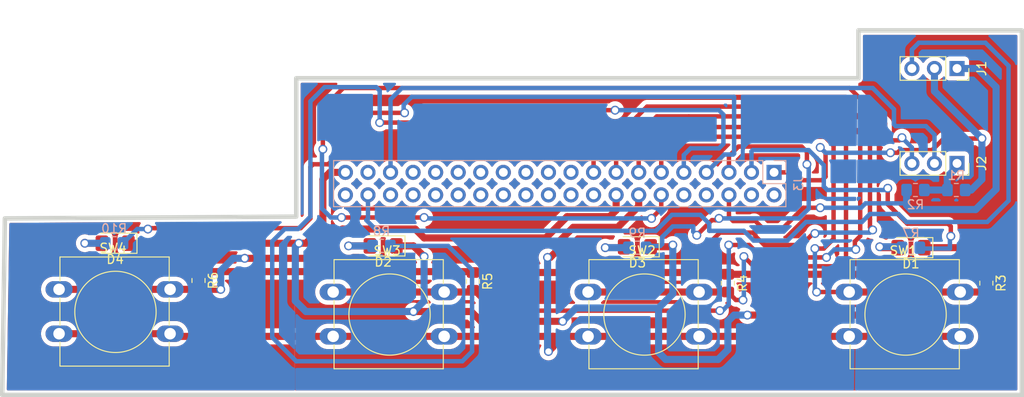
<source format=kicad_pcb>
(kicad_pcb (version 20211014) (generator pcbnew)
  (layers (0 "F.Cu" signal) (31 "B.Cu" signal) (34 "B.Paste" user) (35 "F.Paste" user) (36 "B.SilkS" user "B.Silkscreen") (37 "F.SilkS" user "F.Silkscreen") (38 "B.Mask" user) (39 "F.Mask" user) (44 "Edge.Cuts" user))
  (net 0 "")
  (net 1 "LED_GND")
  (net 2 "Net-(D1-Pad2)")
  (net 3 "Net-(D2-Pad2)")
  (net 4 "Net-(D3-Pad2)")
  (net 5 "Net-(D4-Pad2)")
  (net 6 "I2S_GND")
  (net 7 "I2S_VDD")
  (net 8 "I2S_SD")
  (net 9 "I2S_LR")
  (net 10 "I2S_WS")
  (net 11 "I2S_SCK")
  (net 12 "5V")
  (net 13 "LED_0")
  (net 15 "LED_1")
  (net 16 "LED_2")
  (net 18 "LED_3")
  (net 20 "BTN_0")
  (net 21 "BTN_1")
  (net 22 "BTN_GND")
  (net 23 "BTN_2")
  (net 24 "BTN_3")
  (net 25 "BTN_VDD")
  (footprint "Button_Switch_THT:SW_PUSH-12mm" (layer "F.Cu") (at 133.412 108.268)
    (fp_text reference "SW3" (at 6.08 -4.66) (layer "F.SilkS"))
    (fp_text value "SW_Push")
    (pad "1" thru_hole oval (at 12.5 0) (size 3.048 1.85) (drill 1.3) (layers *.Cu *.Mask) (net 23 "BTN_2"))
    (pad "1" thru_hole oval (at 0 0) (size 3.048 1.85) (drill 1.3) (layers *.Cu *.Mask) (net 23 "BTN_2"))
    (pad "2" thru_hole oval (at 12.5 5) (size 3.048 1.85) (drill 1.3) (layers *.Cu *.Mask) (net 22 "BTN_GND"))
    (pad "2" thru_hole oval (at 0 5) (size 3.048 1.85) (drill 1.3) (layers *.Cu *.Mask) (net 22 "BTN_GND"))
  )
  (footprint "Button_Switch_THT:SW_PUSH-12mm" (layer "F.Cu") (at 162.112 108.268)
    (fp_text reference "SW2" (at 6.08 -4.66) (layer "F.SilkS"))
    (fp_text value "SW_Push")
    (pad "1" thru_hole oval (at 12.5 0) (size 3.048 1.85) (drill 1.3) (layers *.Cu *.Mask) (net 21 "BTN_1"))
    (pad "1" thru_hole oval (at 0 0) (size 3.048 1.85) (drill 1.3) (layers *.Cu *.Mask) (net 21 "BTN_1"))
    (pad "2" thru_hole oval (at 0 5) (size 3.048 1.85) (drill 1.3) (layers *.Cu *.Mask) (net 22 "BTN_GND"))
    (pad "2" thru_hole oval (at 12.5 5) (size 3.048 1.85) (drill 1.3) (layers *.Cu *.Mask) (net 22 "BTN_GND"))
  )
  (footprint "LED_SMD:LED_1206_3216Metric_Pad1.42x1.75mm_HandSolder" (layer "F.Cu") (at 108.8645 102.768 180)
    (fp_text reference "D4" (at 0 -1.82) (layer "F.SilkS"))
    (fp_text value "LED")
    (pad "1" smd roundrect (at -1.4875 0 180) (size 1.425 1.75) (layers "F.Cu" "F.Paste" "F.Mask") (roundrect_rratio 0.1754392982) (net 1 "LED_GND"))
    (pad "2" smd roundrect (at 1.4875 0 180) (size 1.425 1.75) (layers "F.Cu" "F.Paste" "F.Mask") (roundrect_rratio 0.1754392982) (net 5 "Net-(D4-Pad2)"))
  )
  (footprint "Resistor_SMD:R_0805_2012Metric_Pad1.20x1.40mm_HandSolder" (layer "F.Cu") (at 177.852 107.268 -90)
    (fp_text reference "R4" (at 0 -1.65 90) (layer "F.SilkS"))
    (fp_text value "10k")
    (pad "1" smd roundrect (at -1 0 270) (size 1.2 1.4) (layers "F.Cu" "F.Paste" "F.Mask") (roundrect_rratio 0.2083333333) (net 25 "BTN_VDD"))
    (pad "2" smd roundrect (at 1 0 270) (size 1.2 1.4) (layers "F.Cu" "F.Paste" "F.Mask") (roundrect_rratio 0.2083333333) (net 21 "BTN_1"))
  )
  (footprint "Resistor_SMD:R_0805_2012Metric_Pad1.20x1.40mm_HandSolder" (layer "F.Cu") (at 118.252 106.968 -90)
    (fp_text reference "R6" (at 0 -1.65 90) (layer "F.SilkS"))
    (fp_text value "10k")
    (pad "1" smd roundrect (at -1 0 270) (size 1.2 1.4) (layers "F.Cu" "F.Paste" "F.Mask") (roundrect_rratio 0.2083333333) (net 25 "BTN_VDD"))
    (pad "2" smd roundrect (at 1 0 270) (size 1.2 1.4) (layers "F.Cu" "F.Paste" "F.Mask") (roundrect_rratio 0.2083333333) (net 24 "BTN_3"))
  )
  (footprint "Button_Switch_THT:SW_PUSH-12mm" (layer "F.Cu") (at 102.552 107.968)
    (fp_text reference "SW4" (at 6.08 -4.66) (layer "F.SilkS"))
    (fp_text value "SW_Push")
    (pad "1" thru_hole oval (at 12.5 0) (size 3.048 1.85) (drill 1.3) (layers *.Cu *.Mask) (net 24 "BTN_3"))
    (pad "1" thru_hole oval (at 0 0) (size 3.048 1.85) (drill 1.3) (layers *.Cu *.Mask) (net 24 "BTN_3"))
    (pad "2" thru_hole oval (at 0 5) (size 3.048 1.85) (drill 1.3) (layers *.Cu *.Mask) (net 22 "BTN_GND"))
    (pad "2" thru_hole oval (at 12.5 5) (size 3.048 1.85) (drill 1.3) (layers *.Cu *.Mask) (net 22 "BTN_GND"))
  )
  (footprint "LED_SMD:LED_1206_3216Metric_Pad1.42x1.75mm_HandSolder" (layer "F.Cu") (at 167.6645 103.168 180)
    (fp_text reference "D3" (at 0 -1.82) (layer "F.SilkS"))
    (fp_text value "LED")
    (pad "1" smd roundrect (at -1.4875 0 180) (size 1.425 1.75) (layers "F.Cu" "F.Paste" "F.Mask") (roundrect_rratio 0.1754392982) (net 1 "LED_GND"))
    (pad "2" smd roundrect (at 1.4875 0 180) (size 1.425 1.75) (layers "F.Cu" "F.Paste" "F.Mask") (roundrect_rratio 0.1754392982) (net 4 "Net-(D3-Pad2)"))
  )
  (footprint "LED_SMD:LED_1206_3216Metric_Pad1.42x1.75mm_HandSolder" (layer "F.Cu") (at 198.4645 103.268 180)
    (fp_text reference "D1" (at 0 -1.82) (layer "F.SilkS"))
    (fp_text value "LED")
    (pad "1" smd roundrect (at -1.4875 0 180) (size 1.425 1.75) (layers "F.Cu" "F.Paste" "F.Mask") (roundrect_rratio 0.1754392982) (net 1 "LED_GND"))
    (pad "2" smd roundrect (at 1.4875 0 180) (size 1.425 1.75) (layers "F.Cu" "F.Paste" "F.Mask") (roundrect_rratio 0.1754392982) (net 2 "Net-(D1-Pad2)"))
  )
  (footprint "Connector_PinSocket_2.54mm:PinSocket_1x03_P2.54mm_Vertical" (layer "F.Cu") (at 203.652 93.768 -90)
    (fp_text reference "J2" (at 0 -2.77 90) (layer "F.SilkS"))
    (fp_text value "Conn_01x03_Female")
    (pad "1" thru_hole rect (at 0 0 270) (size 1.7 1.7) (drill 1) (layers *.Cu *.Mask) (net 9 "I2S_LR"))
    (pad "2" thru_hole oval (at 0 2.54 270) (size 1.7 1.7) (drill 1) (layers *.Cu *.Mask) (net 10 "I2S_WS"))
    (pad "3" thru_hole oval (at 0 5.08 270) (size 1.7 1.7) (drill 1) (layers *.Cu *.Mask) (net 11 "I2S_SCK"))
  )
  (footprint "Resistor_SMD:R_0805_2012Metric_Pad1.20x1.40mm_HandSolder" (layer "F.Cu") (at 149.152 107.068 -90)
    (fp_text reference "R5" (at 0 -1.65 90) (layer "F.SilkS"))
    (fp_text value "10k")
    (pad "1" smd roundrect (at -1 0 270) (size 1.2 1.4) (layers "F.Cu" "F.Paste" "F.Mask") (roundrect_rratio 0.2083333333) (net 25 "BTN_VDD"))
    (pad "2" smd roundrect (at 1 0 270) (size 1.2 1.4) (layers "F.Cu" "F.Paste" "F.Mask") (roundrect_rratio 0.2083333333) (net 23 "BTN_2"))
  )
  (footprint "LED_SMD:LED_1206_3216Metric_Pad1.42x1.75mm_HandSolder" (layer "F.Cu") (at 139.0395 103.068 180)
    (fp_text reference "D2" (at 0 -1.82) (layer "F.SilkS"))
    (fp_text value "LED")
    (pad "1" smd roundrect (at -1.4875 0 180) (size 1.425 1.75) (layers "F.Cu" "F.Paste" "F.Mask") (roundrect_rratio 0.1754392982) (net 1 "LED_GND"))
    (pad "2" smd roundrect (at 1.4875 0 180) (size 1.425 1.75) (layers "F.Cu" "F.Paste" "F.Mask") (roundrect_rratio 0.1754392982) (net 3 "Net-(D2-Pad2)"))
  )
  (footprint "Button_Switch_THT:SW_PUSH-12mm" (layer "F.Cu") (at 191.512 108.268)
    (fp_text reference "SW1" (at 6.08 -4.66) (layer "F.SilkS"))
    (fp_text value "SW_Push")
    (pad "1" thru_hole oval (at 0 0) (size 3.048 1.85) (drill 1.3) (layers *.Cu *.Mask) (net 20 "BTN_0"))
    (pad "1" thru_hole oval (at 12.5 0) (size 3.048 1.85) (drill 1.3) (layers *.Cu *.Mask) (net 20 "BTN_0"))
    (pad "2" thru_hole oval (at 12.5 5) (size 3.048 1.85) (drill 1.3) (layers *.Cu *.Mask) (net 22 "BTN_GND"))
    (pad "2" thru_hole oval (at 0 5) (size 3.048 1.85) (drill 1.3) (layers *.Cu *.Mask) (net 22 "BTN_GND"))
  )
  (footprint "Resistor_SMD:R_0805_2012Metric_Pad1.20x1.40mm_HandSolder" (layer "F.Cu") (at 206.952 107.268 -90)
    (fp_text reference "R3" (at 0 -1.65 90) (layer "F.SilkS"))
    (fp_text value "10k")
    (pad "1" smd roundrect (at -1 0 270) (size 1.2 1.4) (layers "F.Cu" "F.Paste" "F.Mask") (roundrect_rratio 0.2083333333) (net 25 "BTN_VDD"))
    (pad "2" smd roundrect (at 1 0 270) (size 1.2 1.4) (layers "F.Cu" "F.Paste" "F.Mask") (roundrect_rratio 0.2083333333) (net 20 "BTN_0"))
  )
  (footprint "Connector_PinSocket_2.54mm:PinSocket_1x03_P2.54mm_Vertical" (layer "F.Cu") (at 203.652 83.068 -90)
    (fp_text reference "J1" (at 0 -2.77 90) (layer "F.SilkS"))
    (fp_text value "Conn_01x03_Female")
    (pad "1" thru_hole rect (at 0 0 270) (size 1.7 1.7) (drill 1) (layers *.Cu *.Mask) (net 6 "I2S_GND"))
    (pad "2" thru_hole oval (at 0 2.54 270) (size 1.7 1.7) (drill 1) (layers *.Cu *.Mask) (net 7 "I2S_VDD"))
    (pad "3" thru_hole oval (at 0 5.08 270) (size 1.7 1.7) (drill 1) (layers *.Cu *.Mask) (net 8 "I2S_SD"))
  )
  (footprint "Connector_PinSocket_2.54mm:PinSocket_2x20_P2.54mm_Vertical" (layer "B.Cu") (at 183.052 94.778 90)
    (fp_text reference "J3" (at -1.27 2.77 90) (layer "B.SilkS") (effects (justify mirror)))
    (fp_text value "Conn_02x20_Odd_Even")
    (pad "1" thru_hole rect (at 0 0 90) (size 1.7 1.7) (drill 1) (layers *.Cu *.Mask) (net 7 "I2S_VDD"))
    (pad "2" thru_hole oval (at -2.54 0 90) (size 1.7 1.7) (drill 1) (layers *.Cu *.Mask) (net 12 "5V"))
    (pad "3" thru_hole oval (at 0 -2.54 90) (size 1.7 1.7) (drill 1) (layers *.Cu *.Mask) (net 13 "LED_0"))
    (pad "4" thru_hole oval (at -2.54 -2.54 90) (size 1.7 1.7) (drill 1) (layers *.Cu *.Mask))
    (pad "5" thru_hole oval (at 0 -5.08 90) (size 1.7 1.7) (drill 1) (layers *.Cu *.Mask) (net 15 "LED_1"))
    (pad "6" thru_hole oval (at -2.54 -5.08 90) (size 1.7 1.7) (drill 1) (layers *.Cu *.Mask) (net 6 "I2S_GND"))
    (pad "7" thru_hole oval (at 0 -7.62 90) (size 1.7 1.7) (drill 1) (layers *.Cu *.Mask) (net 16 "LED_2"))
    (pad "8" thru_hole oval (at -2.54 -7.62 90) (size 1.7 1.7) (drill 1) (layers *.Cu *.Mask))
    (pad "9" thru_hole oval (at 0 -10.16 90) (size 1.7 1.7) (drill 1) (layers *.Cu *.Mask) (net 18 "LED_3"))
    (pad "10" thru_hole oval (at -2.54 -10.16 90) (size 1.7 1.7) (drill 1) (layers *.Cu *.Mask))
    (pad "11" thru_hole oval (at 0 -12.7 90) (size 1.7 1.7) (drill 1) (layers *.Cu *.Mask) (net 20 "BTN_0"))
    (pad "12" thru_hole oval (at -2.54 -12.7 90) (size 1.7 1.7) (drill 1) (layers *.Cu *.Mask) (net 11 "I2S_SCK"))
    (pad "13" thru_hole oval (at 0 -15.24 90) (size 1.7 1.7) (drill 1) (layers *.Cu *.Mask) (net 21 "BTN_1"))
    (pad "14" thru_hole oval (at -2.54 -15.24 90) (size 1.7 1.7) (drill 1) (layers *.Cu *.Mask) (net 22 "BTN_GND"))
    (pad "15" thru_hole oval (at 0 -17.78 90) (size 1.7 1.7) (drill 1) (layers *.Cu *.Mask) (net 23 "BTN_2"))
    (pad "16" thru_hole oval (at -2.54 -17.78 90) (size 1.7 1.7) (drill 1) (layers *.Cu *.Mask) (net 24 "BTN_3"))
    (pad "17" thru_hole oval (at 0 -20.32 90) (size 1.7 1.7) (drill 1) (layers *.Cu *.Mask) (net 25 "BTN_VDD"))
    (pad "18" thru_hole oval (at -2.54 -20.32 90) (size 1.7 1.7) (drill 1) (layers *.Cu *.Mask))
    (pad "19" thru_hole oval (at 0 -22.86 90) (size 1.7 1.7) (drill 1) (layers *.Cu *.Mask))
    (pad "20" thru_hole oval (at -2.54 -22.86 90) (size 1.7 1.7) (drill 1) (layers *.Cu *.Mask))
    (pad "21" thru_hole oval (at 0 -25.4 90) (size 1.7 1.7) (drill 1) (layers *.Cu *.Mask))
    (pad "22" thru_hole oval (at -2.54 -25.4 90) (size 1.7 1.7) (drill 1) (layers *.Cu *.Mask))
    (pad "23" thru_hole oval (at 0 -27.94 90) (size 1.7 1.7) (drill 1) (layers *.Cu *.Mask))
    (pad "24" thru_hole oval (at -2.54 -27.94 90) (size 1.7 1.7) (drill 1) (layers *.Cu *.Mask))
    (pad "25" thru_hole oval (at 0 -30.48 90) (size 1.7 1.7) (drill 1) (layers *.Cu *.Mask))
    (pad "26" thru_hole oval (at -2.54 -30.48 90) (size 1.7 1.7) (drill 1) (layers *.Cu *.Mask))
    (pad "27" thru_hole oval (at 0 -33.02 90) (size 1.7 1.7) (drill 1) (layers *.Cu *.Mask))
    (pad "28" thru_hole oval (at -2.54 -33.02 90) (size 1.7 1.7) (drill 1) (layers *.Cu *.Mask))
    (pad "29" thru_hole oval (at 0 -35.56 90) (size 1.7 1.7) (drill 1) (layers *.Cu *.Mask))
    (pad "30" thru_hole oval (at -2.54 -35.56 90) (size 1.7 1.7) (drill 1) (layers *.Cu *.Mask))
    (pad "31" thru_hole oval (at 0 -38.1 90) (size 1.7 1.7) (drill 1) (layers *.Cu *.Mask))
    (pad "32" thru_hole oval (at -2.54 -38.1 90) (size 1.7 1.7) (drill 1) (layers *.Cu *.Mask))
    (pad "33" thru_hole oval (at 0 -40.64 90) (size 1.7 1.7) (drill 1) (layers *.Cu *.Mask))
    (pad "34" thru_hole oval (at -2.54 -40.64 90) (size 1.7 1.7) (drill 1) (layers *.Cu *.Mask))
    (pad "35" thru_hole oval (at 0 -43.18 90) (size 1.7 1.7) (drill 1) (layers *.Cu *.Mask) (net 10 "I2S_WS"))
    (pad "36" thru_hole oval (at -2.54 -43.18 90) (size 1.7 1.7) (drill 1) (layers *.Cu *.Mask))
    (pad "37" thru_hole oval (at 0 -45.72 90) (size 1.7 1.7) (drill 1) (layers *.Cu *.Mask))
    (pad "38" thru_hole oval (at -2.54 -45.72 90) (size 1.7 1.7) (drill 1) (layers *.Cu *.Mask) (net 8 "I2S_SD"))
    (pad "39" thru_hole oval (at 0 -48.26 90) (size 1.7 1.7) (drill 1) (layers *.Cu *.Mask) (net 1 "LED_GND"))
    (pad "40" thru_hole oval (at -2.54 -48.26 90) (size 1.7 1.7) (drill 1) (layers *.Cu *.Mask))
  )
  (footprint "Resistor_SMD:R_0805_2012Metric_Pad1.20x1.40mm_HandSolder" (layer "B.Cu") (at 203.572 96.768 180)
    (fp_text reference "R1" (at 0 1.65) (layer "B.SilkS") (effects (justify mirror)))
    (fp_text value "R")
    (pad "1" smd roundrect (at -1 0 180) (size 1.2 1.4) (layers "B.Cu" "B.Paste" "B.Mask") (roundrect_rratio 0.2083333333) (net 7 "I2S_VDD"))
    (pad "2" smd roundrect (at 1 0 180) (size 1.2 1.4) (layers "B.Cu" "B.Paste" "B.Mask") (roundrect_rratio 0.2083333333) (net 9 "I2S_LR"))
  )
  (footprint "Resistor_SMD:R_0805_2012Metric_Pad1.20x1.40mm_HandSolder" (layer "B.Cu") (at 138.852 103.068 180)
    (fp_text reference "R8" (at 0 1.65) (layer "B.SilkS") (effects (justify mirror)))
    (fp_text value "220")
    (pad "1" smd roundrect (at -1 0 180) (size 1.2 1.4) (layers "B.Cu" "B.Paste" "B.Mask") (roundrect_rratio 0.2083333333) (net 18 "LED_3"))
    (pad "2" smd roundrect (at 1 0 180) (size 1.2 1.4) (layers "B.Cu" "B.Paste" "B.Mask") (roundrect_rratio 0.2083333333) (net 3 "Net-(D2-Pad2)"))
  )
  (footprint "Resistor_SMD:R_0805_2012Metric_Pad1.20x1.40mm_HandSolder" (layer "B.Cu") (at 108.752 102.768 180)
    (fp_text reference "R10" (at 0 1.65) (layer "B.SilkS") (effects (justify mirror)))
    (fp_text value "220")
    (pad "1" smd roundrect (at -1 0 180) (size 1.2 1.4) (layers "B.Cu" "B.Paste" "B.Mask") (roundrect_rratio 0.2083333333) (net 16 "LED_2"))
    (pad "2" smd roundrect (at 1 0 180) (size 1.2 1.4) (layers "B.Cu" "B.Paste" "B.Mask") (roundrect_rratio 0.2083333333) (net 5 "Net-(D4-Pad2)"))
  )
  (footprint "Resistor_SMD:R_0805_2012Metric_Pad1.20x1.40mm_HandSolder" (layer "B.Cu") (at 198.4645 103.268 180)
    (fp_text reference "R7" (at 0 1.65) (layer "B.SilkS") (effects (justify mirror)))
    (fp_text value "220")
    (pad "1" smd roundrect (at -1 0 180) (size 1.2 1.4) (layers "B.Cu" "B.Paste" "B.Mask") (roundrect_rratio 0.2083333333) (net 13 "LED_0"))
    (pad "2" smd roundrect (at 1 0 180) (size 1.2 1.4) (layers "B.Cu" "B.Paste" "B.Mask") (roundrect_rratio 0.2083333333) (net 2 "Net-(D1-Pad2)"))
  )
  (footprint "Resistor_SMD:R_0805_2012Metric_Pad1.20x1.40mm_HandSolder" (layer "B.Cu") (at 167.652 103.268 180)
    (fp_text reference "R9" (at 0 1.65) (layer "B.SilkS") (effects (justify mirror)))
    (fp_text value "220")
    (pad "1" smd roundrect (at -1 0 180) (size 1.2 1.4) (layers "B.Cu" "B.Paste" "B.Mask") (roundrect_rratio 0.2083333333) (net 15 "LED_1"))
    (pad "2" smd roundrect (at 1 0 180) (size 1.2 1.4) (layers "B.Cu" "B.Paste" "B.Mask") (roundrect_rratio 0.2083333333) (net 4 "Net-(D3-Pad2)"))
  )
  (footprint "Resistor_SMD:R_0805_2012Metric_Pad1.20x1.40mm_HandSolder" (layer "B.Cu") (at 198.972 96.768)
    (fp_text reference "R2" (at 0 1.65) (layer "B.SilkS") (effects (justify mirror)))
    (fp_text value "R")
    (pad "1" smd roundrect (at -1 0) (size 1.2 1.4) (layers "B.Cu" "B.Paste" "B.Mask") (roundrect_rratio 0.2083333333) (net 6 "I2S_GND"))
    (pad "2" smd roundrect (at 1 0) (size 1.2 1.4) (layers "B.Cu" "B.Paste" "B.Mask") (roundrect_rratio 0.2083333333) (net 9 "I2S_LR"))
  )
  (gr_poly (pts (xy 210.952 119.868) (xy 96.152 119.868) (xy 96.452 99.968) (xy 129.252 99.768) (xy 129.252 84.168) (xy 192.552 84.168) (xy 192.552 78.768) (xy 210.952 78.768)) (layer "Edge.Cuts") (width 0.5) (fill none))
  (segment (start 129.552 102.768) (end 130.352 102.768) (width 0.8) (layer "F.Cu") (net 1))
  (segment (start 207.652 103.268) (end 209.052 104.668) (width 0.8) (layer "F.Cu") (net 1))
  (segment (start 150.052 111.568) (end 148.952 110.468) (width 0.8) (layer "F.Cu") (net 1))
  (segment (start 171.452 103.168) (end 171.652 102.968) (width 0.8) (layer "F.Cu") (net 1))
  (segment (start 148.952 110.468) (end 142.452 110.468) (width 0.8) (layer "F.Cu") (net 1))
  (segment (start 207.852 110.868) (end 181.052 110.868) (width 0.8) (layer "F.Cu") (net 1))
  (segment (start 132.252 95.568) (end 133.042 94.778) (width 0.8) (layer "F.Cu") (net 1))
  (segment (start 130.352 102.768) (end 132.252 100.868) (width 0.8) (layer "F.Cu") (net 1))
  (segment (start 208.752 109.968) (end 207.852 110.868) (width 0.8) (layer "F.Cu") (net 1))
  (segment (start 169.152 103.168) (end 171.452 103.168) (width 0.8) (layer "F.Cu") (net 1))
  (segment (start 110.352 102.768) (end 129.552 102.768) (width 0.8) (layer "F.Cu") (net 1))
  (segment (start 142.452 103.068) (end 143.652 104.268) (width 0.8) (layer "F.Cu") (net 1))
  (segment (start 133.042 94.778) (end 134.792 94.778) (width 0.8) (layer "F.Cu") (net 1))
  (segment (start 181.052 110.868) (end 180.052 110.868) (width 0.8) (layer "F.Cu") (net 1))
  (segment (start 132.252 100.868) (end 132.252 95.568) (width 0.8) (layer "F.Cu") (net 1))
  (segment (start 199.952 103.268) (end 207.652 103.268) (width 0.8) (layer "F.Cu") (net 1))
  (segment (start 209.052 104.668) (end 209.052 109.668) (width 0.8) (layer "F.Cu") (net 1))
  (segment (start 140.527 103.068) (end 142.452 103.068) (width 0.8) (layer "F.Cu") (net 1))
  (segment (start 209.052 109.668) (end 208.752 109.968) (width 0.8) (layer "F.Cu") (net 1))
  (segment (start 159.252 111.568) (end 150.052 111.568) (width 0.8) (layer "F.Cu") (net 1))
  (via (at 180.052 110.868) (size 1) (drill 0.7) (layers "F.Cu" "B.Cu") (net 1))
  (via (at 142.452 110.468) (size 1) (drill 0.7) (layers "F.Cu" "B.Cu") (net 1))
  (via (at 171.652 102.968) (size 1) (drill 0.7) (layers "F.Cu" "B.Cu") (net 1))
  (via (at 129.552 102.768) (size 1) (drill 0.7) (layers "F.Cu" "B.Cu") (net 1))
  (via (at 159.252 111.568) (size 1) (drill 0.7) (layers "F.Cu" "B.Cu") (net 1))
  (via (at 143.652 104.268) (size 1) (drill 0.7) (layers "F.Cu" "B.Cu") (net 1))
  (segment (start 177.852 114.768) (end 176.752 115.868) (width 0.8) (layer "B.Cu") (net 1))
  (segment (start 160.752 110.068) (end 159.252 111.568) (width 0.8) (layer "B.Cu") (net 1))
  (segment (start 170.052 115.068) (end 170.052 110.068) (width 0.8) (layer "B.Cu") (net 1))
  (segment (start 143.652 104.268) (end 143.652 109.268) (width 0.8) (layer "B.Cu") (net 1))
  (segment (start 170.852 115.868) (end 170.052 115.068) (width 0.8) (layer "B.Cu") (net 1))
  (segment (start 142.452 110.468) (end 130.352 110.468) (width 0.8) (layer "B.Cu") (net 1))
  (segment (start 129.152 109.268) (end 129.152 103.168) (width 0.8) (layer "B.Cu") (net 1))
  (segment (start 143.652 109.268) (end 142.452 110.468) (width 0.8) (layer "B.Cu") (net 1))
  (segment (start 171.652 108.468) (end 170.052 110.068) (width 0.8) (layer "B.Cu") (net 1))
  (segment (start 176.752 115.868) (end 170.852 115.868) (width 0.8) (layer "B.Cu") (net 1))
  (segment (start 129.152 103.168) (end 129.552 102.768) (width 0.8) (layer "B.Cu") (net 1))
  (segment (start 130.352 110.468) (end 129.152 109.268) (width 0.8) (layer "B.Cu") (net 1))
  (segment (start 178.552 110.868) (end 177.852 111.568) (width 0.8) (layer "B.Cu") (net 1))
  (segment (start 171.652 102.968) (end 171.652 108.468) (width 0.8) (layer "B.Cu") (net 1))
  (segment (start 170.052 110.068) (end 160.752 110.068) (width 0.8) (layer "B.Cu") (net 1))
  (segment (start 177.852 111.568) (end 177.852 114.768) (width 0.8) (layer "B.Cu") (net 1))
  (segment (start 180.052 110.868) (end 178.552 110.868) (width 0.8) (layer "B.Cu") (net 1))
  (segment (start 195.052 103.268) (end 194.952 103.168) (width 0.8) (layer "F.Cu") (net 2))
  (segment (start 196.977 103.268) (end 195.052 103.268) (width 0.8) (layer "F.Cu") (net 2))
  (via (at 194.952 103.168) (size 1) (drill 0.7) (layers "F.Cu" "B.Cu") (net 2))
  (segment (start 194.952 103.168) (end 197.3645 103.168) (width 0.8) (layer "B.Cu") (net 2))
  (segment (start 197.3645 103.168) (end 197.4645 103.268) (width 0.8) (layer "B.Cu") (net 2))
  (segment (start 137.552 103.068) (end 135.152 103.068) (width 0.8) (layer "F.Cu") (net 3))
  (via (at 135.152 103.068) (size 1) (drill 0.7) (layers "F.Cu" "B.Cu") (net 3))
  (segment (start 135.152 103.068) (end 137.852 103.068) (width 0.8) (layer "B.Cu") (net 3))
  (segment (start 164.052 103.268) (end 166.077 103.268) (width 0.8) (layer "F.Cu") (net 4))
  (segment (start 166.077 103.268) (end 166.177 103.168) (width 0.8) (layer "F.Cu") (net 4))
  (via (at 164.052 103.268) (size 1) (drill 0.7) (layers "F.Cu" "B.Cu") (net 4))
  (segment (start 166.652 103.268) (end 164.052 103.268) (width 0.8) (layer "B.Cu") (net 4))
  (segment (start 107.377 102.768) (end 105.452 102.768) (width 0.8) (layer "F.Cu") (net 5))
  (via (at 105.452 102.768) (size 1) (drill 0.7) (layers "F.Cu" "B.Cu") (net 5))
  (segment (start 105.452 102.768) (end 107.752 102.768) (width 0.8) (layer "B.Cu") (net 5))
  (segment (start 181.952 101.268) (end 183.452 101.268) (width 0.5) (layer "F.Cu") (net 6))
  (segment (start 183.452 101.268) (end 183.852 101.268) (width 0.5) (layer "F.Cu") (net 6))
  (segment (start 178.452 100.268) (end 180.652 100.268) (width 0.5) (layer "F.Cu") (net 6))
  (segment (start 180.852 100.168) (end 181.852 101.168) (width 0.5) (layer "F.Cu") (net 6))
  (segment (start 185.552 99.568) (end 186.352 98.768) (width 0.5) (layer "F.Cu") (net 6))
  (segment (start 181.852 101.168) (end 181.952 101.268) (width 0.5) (layer "F.Cu") (net 6))
  (segment (start 180.752 100.168) (end 180.852 100.168) (width 0.5) (layer "F.Cu") (net 6))
  (segment (start 186.352 98.768) (end 188.252 98.768) (width 0.5) (layer "F.Cu") (net 6))
  (segment (start 177.972 97.318) (end 177.972 99.788) (width 0.5) (layer "F.Cu") (net 6))
  (segment (start 177.972 99.788) (end 178.452 100.268) (width 0.5) (layer "F.Cu") (net 6))
  (segment (start 180.652 100.268) (end 180.752 100.168) (width 0.5) (layer "F.Cu") (net 6))
  (segment (start 183.852 101.268) (end 185.552 99.568) (width 0.5) (layer "F.Cu") (net 6))
  (via (at 188.252 98.768) (size 1) (drill 0.7) (layers "F.Cu" "B.Cu") (net 6))
  (segment (start 208.052 85.168) (end 205.952 83.068) (width 0.8) (layer "B.Cu") (net 6))
  (segment (start 188.252 98.768) (end 192.852 98.768) (width 0.5) (layer "B.Cu") (net 6))
  (segment (start 208.052 96.668) (end 208.052 85.168) (width 0.8) (layer "B.Cu") (net 6))
  (segment (start 197.972 98.288) (end 197.972 98.488) (width 0.8) (layer "B.Cu") (net 6))
  (segment (start 198.452 98.968) (end 205.752 98.968) (width 0.8) (layer "B.Cu") (net 6))
  (segment (start 205.952 83.068) (end 203.652 83.068) (width 0.8) (layer "B.Cu") (net 6))
  (segment (start 205.752 98.968) (end 208.052 96.668) (width 0.8) (layer "B.Cu") (net 6))
  (segment (start 197.972 96.768) (end 197.972 98.288) (width 0.8) (layer "B.Cu") (net 6))
  (segment (start 197.952 98.268) (end 197.972 98.288) (width 0.5) (layer "B.Cu") (net 6))
  (segment (start 192.852 98.768) (end 193.352 98.268) (width 0.5) (layer "B.Cu") (net 6))
  (segment (start 197.972 98.488) (end 198.452 98.968) (width 0.8) (layer "B.Cu") (net 6))
  (segment (start 193.352 98.268) (end 197.952 98.268) (width 0.5) (layer "B.Cu") (net 6))
  (segment (start 188.852 92.568) (end 188.252 91.968) (width 0.5) (layer "F.Cu") (net 7))
  (segment (start 188.452 95.668) (end 188.852 95.268) (width 0.5) (layer "F.Cu") (net 7))
  (segment (start 196.152 92.568) (end 196.952 92.568) (width 0.5) (layer "F.Cu") (net 7))
  (segment (start 185.852 95.668) (end 188.452 95.668) (width 0.5) (layer "F.Cu") (net 7))
  (segment (start 196.952 92.568) (end 197.252 92.268) (width 0.5) (layer "F.Cu") (net 7))
  (segment (start 183.052 94.778) (end 184.962 94.778) (width 0.5) (layer "F.Cu") (net 7))
  (segment (start 197.252 92.268) (end 200.852 92.268) (width 0.5) (layer "F.Cu") (net 7))
  (segment (start 202.152 90.968) (end 206.452 90.968) (width 0.5) (layer "F.Cu") (net 7))
  (segment (start 184.962 94.778) (end 185.852 95.668) (width 0.5) (layer "F.Cu") (net 7))
  (segment (start 188.852 95.268) (end 188.852 92.568) (width 0.5) (layer "F.Cu") (net 7))
  (segment (start 200.852 92.268) (end 202.152 90.968) (width 0.5) (layer "F.Cu") (net 7))
  (via (at 196.152 92.568) (size 1) (drill 0.7) (layers "F.Cu" "B.Cu") (net 7))
  (via (at 206.452 90.968) (size 1) (drill 0.7) (layers "F.Cu" "B.Cu") (net 7))
  (via (at 188.252 91.968) (size 1) (drill 0.7) (layers "F.Cu" "B.Cu") (net 7))
  (segment (start 201.112 85.628) (end 206.452 90.968) (width 0.8) (layer "B.Cu") (net 7))
  (segment (start 201.112 83.068) (end 201.112 85.628) (width 0.8) (layer "B.Cu") (net 7))
  (segment (start 206.452 95.568) (end 205.252 96.768) (width 0.8) (layer "B.Cu") (net 7))
  (segment (start 188.852 92.568) (end 196.152 92.568) (width 0.5) (layer "B.Cu") (net 7))
  (segment (start 206.452 90.968) (end 206.452 95.568) (width 0.8) (layer "B.Cu") (net 7))
  (segment (start 188.252 91.968) (end 188.852 92.568) (width 0.5) (layer "B.Cu") (net 7))
  (segment (start 205.252 96.768) (end 204.572 96.768) (width 0.8) (layer "B.Cu") (net 7))
  (segment (start 137.332 99.988) (end 137.152 100.168) (width 0.5) (layer "B.Cu") (net 8))
  (segment (start 193.852 99.468) (end 197.052 99.468) (width 0.5) (layer "B.Cu") (net 8))
  (segment (start 174.752 99.568) (end 175.752 100.568) (width 0.5) (layer "B.Cu") (net 8))
  (segment (start 209.452 82.768) (end 206.852 80.168) (width 0.5) (layer "B.Cu") (net 8))
  (segment (start 137.152 100.168) (end 138.352 101.368) (width 0.5) (layer "B.Cu") (net 8))
  (segment (start 207.052 100.368) (end 209.452 97.968) (width 0.5) (layer "B.Cu") (net 8))
  (segment (start 180.752 102.468) (end 184.552 102.468) (width 0.5) (layer "B.Cu") (net 8))
  (segment (start 186.652 100.368) (end 192.952 100.368) (width 0.5) (layer "B.Cu") (net 8))
  (segment (start 169.752 101.368) (end 171.552 99.568) (width 0.5) (layer "B.Cu") (net 8))
  (segment (start 192.952 100.368) (end 193.852 99.468) (width 0.5) (layer "B.Cu") (net 8))
  (segment (start 206.852 80.168) (end 199.352 80.168) (width 0.5) (layer "B.Cu") (net 8))
  (segment (start 175.752 101.368) (end 179.652 101.368) (width 0.5) (layer "B.Cu") (net 8))
  (segment (start 138.352 101.368) (end 169.752 101.368) (width 0.5) (layer "B.Cu") (net 8))
  (segment (start 199.352 80.168) (end 198.572 80.948) (width 0.5) (layer "B.Cu") (net 8))
  (segment (start 197.952 100.368) (end 207.052 100.368) (width 0.5) (layer "B.Cu") (net 8))
  (segment (start 209.452 97.968) (end 209.452 82.768) (width 0.5) (layer "B.Cu") (net 8))
  (segment (start 184.552 102.468) (end 186.652 100.368) (width 0.5) (layer "B.Cu") (net 8))
  (segment (start 175.752 100.568) (end 175.752 101.368) (width 0.5) (layer "B.Cu") (net 8))
  (segment (start 197.052 99.468) (end 197.952 100.368) (width 0.5) (layer "B.Cu") (net 8))
  (segment (start 198.572 80.948) (end 198.572 83.068) (width 0.5) (layer "B.Cu") (net 8))
  (segment (start 137.332 97.318) (end 137.332 99.988) (width 0.5) (layer "B.Cu") (net 8))
  (segment (start 171.552 99.568) (end 174.752 99.568) (width 0.5) (layer "B.Cu") (net 8))
  (segment (start 179.652 101.368) (end 180.752 102.468) (width 0.5) (layer "B.Cu") (net 8))
  (segment (start 199.972 96.768) (end 202.572 96.768) (width 0.8) (layer "B.Cu") (net 9))
  (segment (start 203.652 93.768) (end 203.652 94.168) (width 0.8) (layer "B.Cu") (net 9))
  (segment (start 202.552 95.268) (end 202.552 96.748) (width 0.8) (layer "B.Cu") (net 9))
  (segment (start 202.552 96.748) (end 202.572 96.768) (width 0.8) (layer "B.Cu") (net 9))
  (segment (start 203.652 94.168) (end 202.552 95.268) (width 0.8) (layer "B.Cu") (net 9))
  (segment (start 200.152 89.568) (end 201.112 90.528) (width 0.5) (layer "B.Cu") (net 10))
  (segment (start 194.152 85.268) (end 196.552 87.668) (width 0.5) (layer "B.Cu") (net 10))
  (segment (start 139.872 86.548) (end 141.152 85.268) (width 0.5) (layer "B.Cu") (net 10))
  (segment (start 141.152 85.268) (end 194.152 85.268) (width 0.5) (layer "B.Cu") (net 10))
  (segment (start 201.112 90.528) (end 201.112 93.768) (width 0.5) (layer "B.Cu") (net 10))
  (segment (start 139.872 94.778) (end 139.872 86.548) (width 0.5) (layer "B.Cu") (net 10))
  (segment (start 196.752 89.568) (end 200.152 89.568) (width 0.5) (layer "B.Cu") (net 10))
  (segment (start 196.552 89.368) (end 196.752 89.568) (width 0.5) (layer "B.Cu") (net 10))
  (segment (start 196.552 87.668) (end 196.552 89.368) (width 0.5) (layer "B.Cu") (net 10))
  (segment (start 170.352 97.318) (end 170.352 98.868) (width 0.5) (layer "F.Cu") (net 11))
  (segment (start 197.152 91.168) (end 197.452 90.868) (width 0.5) (layer "F.Cu") (net 11))
  (segment (start 195.552 91.168) (end 197.152 91.168) (width 0.5) (layer "F.Cu") (net 11))
  (segment (start 132.252 87.568) (end 134.552 85.268) (width 0.5) (layer "F.Cu") (net 11))
  (segment (start 170.352 98.868) (end 169.252 99.968) (width 0.5) (layer "F.Cu") (net 11))
  (segment (start 191.552 85.268) (end 195.552 89.268) (width 0.5) (layer "F.Cu") (net 11))
  (segment (start 132.252 92.168) (end 132.252 87.568) (width 0.5) (layer "F.Cu") (net 11))
  (segment (start 195.552 89.268) (end 195.552 91.168) (width 0.5) (layer "F.Cu") (net 11))
  (segment (start 134.552 85.268) (end 191.552 85.268) (width 0.5) (layer "F.Cu") (net 11))
  (segment (start 143.652 99.868) (end 134.352 99.868) (width 0.5) (layer "F.Cu") (net 11))
  (via (at 134.352 99.868) (size 1) (drill 0.7) (layers "F.Cu" "B.Cu") (net 11))
  (via (at 143.652 99.868) (size 1) (drill 0.7) (layers "F.Cu" "B.Cu") (net 11))
  (via (at 132.252 92.168) (size 1) (drill 0.7) (layers "F.Cu" "B.Cu") (net 11))
  (via (at 197.452 90.868) (size 1) (drill 0.7) (layers "F.Cu" "B.Cu") (net 11))
  (via (at 169.252 99.968) (size 1) (drill 0.7) (layers "F.Cu" "B.Cu") (net 11))
  (segment (start 198.572 93.768) (end 198.572 91.988) (width 0.5) (layer "B.Cu") (net 11))
  (segment (start 198.572 91.988) (end 197.452 90.868) (width 0.5) (layer "B.Cu") (net 11))
  (segment (start 132.152 92.568) (end 132.152 92.268) (width 0.5) (layer "B.Cu") (net 11))
  (segment (start 132.152 92.268) (end 132.252 92.168) (width 0.5) (layer "B.Cu") (net 11))
  (segment (start 132.152 98.868) (end 132.152 92.568) (width 0.5) (layer "B.Cu") (net 11))
  (segment (start 133.152 99.868) (end 132.152 98.868) (width 0.5) (layer "B.Cu") (net 11))
  (segment (start 169.252 99.968) (end 143.752 99.968) (width 0.5) (layer "B.Cu") (net 11))
  (segment (start 134.352 99.868) (end 133.152 99.868) (width 0.5) (layer "B.Cu") (net 11))
  (segment (start 143.752 99.968) (end 143.652 99.868) (width 0.5) (layer "B.Cu") (net 11))
  (segment (start 195.852 98.368) (end 197.752 100.268) (width 0.5) (layer "F.Cu") (net 13))
  (segment (start 197.752 100.268) (end 198.052 100.568) (width 0.5) (layer "F.Cu") (net 13))
  (segment (start 202.952 100.868) (end 202.952 101.968) (width 0.5) (layer "F.Cu") (net 13))
  (segment (start 202.652 100.568) (end 202.952 100.868) (width 0.5) (layer "F.Cu") (net 13))
  (segment (start 195.852 96.568) (end 195.852 98.368) (width 0.5) (layer "F.Cu") (net 13))
  (segment (start 198.052 100.568) (end 202.652 100.568) (width 0.5) (layer "F.Cu") (net 13))
  (via (at 195.852 96.568) (size 1) (drill 0.7) (layers "F.Cu" "B.Cu") (net 13))
  (via (at 202.952 101.968) (size 1) (drill 0.7) (layers "F.Cu" "B.Cu") (net 13))
  (segment (start 188.652 96.368) (end 189.052 96.768) (width 0.5) (layer "B.Cu") (net 13))
  (segment (start 199.5645 103.368) (end 199.4645 103.268) (width 0.5) (layer "B.Cu") (net 13))
  (segment (start 186.952 92.268) (end 188.652 93.968) (width 0.5) (layer "B.Cu") (net 13))
  (segment (start 202.852 102.068) (end 202.852 103.368) (width 0.5) (layer "B.Cu") (net 13))
  (segment (start 180.512 94.778) (end 180.512 92.408) (width 0.5) (layer "B.Cu") (net 13))
  (segment (start 189.052 96.768) (end 195.652 96.768) (width 0.5) (layer "B.Cu") (net 13))
  (segment (start 180.652 92.268) (end 186.952 92.268) (width 0.5) (layer "B.Cu") (net 13))
  (segment (start 202.852 103.368) (end 199.5645 103.368) (width 0.5) (layer "B.Cu") (net 13))
  (segment (start 202.952 101.968) (end 202.852 102.068) (width 0.5) (layer "B.Cu") (net 13))
  (segment (start 180.512 92.408) (end 180.652 92.268) (width 0.5) (layer "B.Cu") (net 13))
  (segment (start 188.652 93.968) (end 188.652 96.368) (width 0.5) (layer "B.Cu") (net 13))
  (segment (start 195.652 96.768) (end 195.852 96.568) (width 0.5) (layer "B.Cu") (net 13))
  (segment (start 176.452 100.168) (end 176.652 100.168) (width 0.5) (layer "F.Cu") (net 15))
  (segment (start 177.972 92.948) (end 177.972 94.778) (width 0.5) (layer "F.Cu") (net 15))
  (segment (start 186.152 91.868) (end 179.052 91.868) (width 0.5) (layer "F.Cu") (net 15))
  (segment (start 174.352 101.868) (end 176.052 100.168) (width 0.5) (layer "F.Cu") (net 15))
  (segment (start 186.752 92.468) (end 186.152 91.868) (width 0.5) (layer "F.Cu") (net 15))
  (segment (start 186.752 93.868) (end 186.752 92.468) (width 0.5) (layer "F.Cu") (net 15))
  (segment (start 176.052 100.168) (end 176.452 100.168) (width 0.5) (layer "F.Cu") (net 15))
  (segment (start 179.052 91.868) (end 177.972 92.948) (width 0.5) (layer "F.Cu") (net 15))
  (segment (start 176.652 100.168) (end 176.852 99.968) (width 0.5) (layer "F.Cu") (net 15))
  (via (at 174.352 101.868) (size 1) (drill 0.7) (layers "F.Cu" "B.Cu") (net 15))
  (via (at 186.752 93.868) (size 1) (drill 0.7) (layers "F.Cu" "B.Cu") (net 15))
  (via (at 176.852 99.968) (size 1) (drill 0.7) (layers "F.Cu" "B.Cu") (net 15))
  (segment (start 170.452 102.268) (end 170.452 102.068) (width 0.5) (layer "B.Cu") (net 15))
  (segment (start 171.652 100.868) (end 173.252 100.868) (width 0.5) (layer "B.Cu") (net 15))
  (segment (start 168.852 103.068) (end 170.252 103.068) (width 0.5) (layer "B.Cu") (net 15))
  (segment (start 186.952 98.868) (end 186.952 94.768) (width 0.5) (layer "B.Cu") (net 15))
  (segment (start 185.852 99.968) (end 186.952 98.868) (width 0.5) (layer "B.Cu") (net 15))
  (segment (start 170.252 103.068) (end 170.452 102.868) (width 0.5) (layer "B.Cu") (net 15))
  (segment (start 173.952 100.868) (end 173.952 101.468) (width 0.5) (layer "B.Cu") (net 15))
  (segment (start 186.952 94.068) (end 186.752 93.868) (width 0.5) (layer "B.Cu") (net 15))
  (segment (start 173.252 100.868) (end 173.952 100.868) (width 0.5) (layer "B.Cu") (net 15))
  (segment (start 170.452 102.868) (end 170.452 102.268) (width 0.5) (layer "B.Cu") (net 15))
  (segment (start 170.452 102.068) (end 171.252 101.268) (width 0.5) (layer "B.Cu") (net 15))
  (segment (start 173.952 101.468) (end 174.352 101.868) (width 0.5) (layer "B.Cu") (net 15))
  (segment (start 168.652 103.268) (end 168.852 103.068) (width 0.5) (layer "B.Cu") (net 15))
  (segment (start 176.852 99.968) (end 185.852 99.968) (width 0.5) (layer "B.Cu") (net 15))
  (segment (start 171.252 101.268) (end 171.652 100.868) (width 0.5) (layer "B.Cu") (net 15))
  (segment (start 186.952 94.768) (end 186.952 94.068) (width 0.5) (layer "B.Cu") (net 15))
  (segment (start 131.152 93.868) (end 130.852 94.168) (width 0.5) (layer "F.Cu") (net 16))
  (segment (start 130.852 99.968) (end 129.752 101.068) (width 0.5) (layer "F.Cu") (net 16))
  (segment (start 132.852 93.868) (end 131.152 93.868) (width 0.5) (layer "F.Cu") (net 16))
  (segment (start 113.352 101.068) (end 112.652 101.068) (width 0.5) (layer "F.Cu") (net 16))
  (segment (start 133.752 88.368) (end 133.652 88.468) (width 0.5) (layer "F.Cu") (net 16))
  (segment (start 133.652 93.068) (end 132.852 93.868) (width 0.5) (layer "F.Cu") (net 16))
  (segment (start 134.052 88.068) (end 133.752 88.368) (width 0.5) (layer "F.Cu") (net 16))
  (segment (start 133.652 88.468) (end 133.652 93.068) (width 0.5) (layer "F.Cu") (net 16))
  (segment (start 112.652 101.068) (end 112.552 101.168) (width 0.5) (layer "F.Cu") (net 16))
  (segment (start 141.452 88.068) (end 134.052 88.068) (width 0.5) (layer "F.Cu") (net 16))
  (segment (start 129.752 101.068) (end 113.352 101.068) (width 0.5) (layer "F.Cu") (net 16))
  (segment (start 130.852 94.168) (end 130.852 99.968) (width 0.5) (layer "F.Cu") (net 16))
  (via (at 141.452 88.068) (size 1) (drill 0.7) (layers "F.Cu" "B.Cu") (net 16))
  (via (at 112.552 101.168) (size 1) (drill 0.7) (layers "F.Cu" "B.Cu") (net 16))
  (segment (start 178.552 86.268) (end 142.252 86.268) (width 0.5) (layer "B.Cu") (net 16))
  (segment (start 142.252 86.268) (end 141.352 87.168) (width 0.5) (layer "B.Cu") (net 16))
  (segment (start 112.552 101.168) (end 111.352 101.168) (width 0.5) (layer "B.Cu") (net 16))
  (segment (start 178.452 92.768) (end 178.552 92.668) (width 0.5) (layer "B.Cu") (net 16))
  (segment (start 178.552 92.668) (end 178.552 86.268) (width 0.5) (layer "B.Cu") (net 16))
  (segment (start 141.352 87.168) (end 141.352 87.968) (width 0.5) (layer "B.Cu") (net 16))
  (segment (start 141.352 87.968) (end 141.452 88.068) (width 0.5) (layer "B.Cu") (net 16))
  (segment (start 111.352 101.168) (end 109.752 102.768) (width 0.5) (layer "B.Cu") (net 16))
  (segment (start 175.432 94.778) (end 177.442 92.768) (width 0.5) (layer "B.Cu") (net 16))
  (segment (start 177.442 92.768) (end 178.452 92.768) (width 0.5) (layer "B.Cu") (net 16))
  (segment (start 143.652 87.768) (end 165.152 87.768) (width 0.5) (layer "F.Cu") (net 18))
  (segment (start 138.652 89.168) (end 142.252 89.168) (width 0.5) (layer "F.Cu") (net 18))
  (segment (start 142.252 89.168) (end 143.652 87.768) (width 0.5) (layer "F.Cu") (net 18))
  (via (at 138.652 89.168) (size 1) (drill 0.7) (layers "F.Cu" "B.Cu") (net 18))
  (via (at 165.152 87.768) (size 1) (drill 0.7) (layers "F.Cu" "B.Cu") (net 18))
  (segment (start 173.652 92.068) (end 172.892 92.828) (width 0.5) (layer "B.Cu") (net 18))
  (segment (start 177.352 88.268) (end 177.352 91.568) (width 0.5) (layer "B.Cu") (net 18))
  (segment (start 138.252 85.168) (end 138.652 85.568) (width 0.5) (layer "B.Cu") (net 18))
  (segment (start 129.252 116.068) (end 127.052 113.868) (width 0.5) (layer "B.Cu") (net 18))
  (segment (start 177.352 91.568) (end 176.852 92.068) (width 0.5) (layer "B.Cu") (net 18))
  (segment (start 139.852 103.068) (end 144.952 103.068) (width 0.5) (layer "B.Cu") (net 18))
  (segment (start 127.052 113.868) (end 126.552 113.368) (width 0.5) (layer "B.Cu") (net 18))
  (segment (start 127.952 101.168) (end 129.452 101.168) (width 0.5) (layer "B.Cu") (net 18))
  (segment (start 165.152 87.768) (end 176.852 87.768) (width 0.5) (layer "B.Cu") (net 18))
  (segment (start 126.552 113.368) (end 126.552 102.568) (width 0.5) (layer "B.Cu") (net 18))
  (segment (start 148.752 105.468) (end 149.052 105.768) (width 0.5) (layer "B.Cu") (net 18))
  (segment (start 130.852 99.768) (end 130.852 86.768) (width 0.5) (layer "B.Cu") (net 18))
  (segment (start 146.352 103.068) (end 148.752 105.468) (width 0.5) (layer "B.Cu") (net 18))
  (segment (start 147.952 116.068) (end 146.452 116.068) (width 0.5) (layer "B.Cu") (net 18))
  (segment (start 149.052 114.968) (end 147.952 116.068) (width 0.5) (layer "B.Cu") (net 18))
  (segment (start 131.452 86.168) (end 132.452 85.168) (width 0.5) (layer "B.Cu") (net 18))
  (segment (start 138.652 85.568) (end 138.652 86.068) (width 0.5) (layer "B.Cu") (net 18))
  (segment (start 129.452 101.168) (end 130.652 99.968) (width 0.5) (layer "B.Cu") (net 18))
  (segment (start 149.052 105.768) (end 149.052 114.968) (width 0.5) (layer "B.Cu") (net 18))
  (segment (start 172.892 92.828) (end 172.892 94.778) (width 0.5) (layer "B.Cu") (net 18))
  (segment (start 146.452 116.068) (end 129.252 116.068) (width 0.5) (layer "B.Cu") (net 18))
  (segment (start 176.852 87.768) (end 177.352 88.268) (width 0.5) (layer "B.Cu") (net 18))
  (segment (start 126.552 102.568) (end 127.952 101.168) (width 0.5) (layer "B.Cu") (net 18))
  (segment (start 130.852 86.768) (end 131.452 86.168) (width 0.5) (layer "B.Cu") (net 18))
  (segment (start 176.852 92.068) (end 173.652 92.068) (width 0.5) (layer "B.Cu") (net 18))
  (segment (start 138.652 86.068) (end 138.652 89.168) (width 0.5) (layer "B.Cu") (net 18))
  (segment (start 144.952 103.068) (end 146.352 103.068) (width 0.5) (layer "B.Cu") (net 18))
  (segment (start 132.452 85.168) (end 138.252 85.168) (width 0.5) (layer "B.Cu") (net 18))
  (segment (start 130.652 99.968) (end 130.852 99.768) (width 0.5) (layer "B.Cu") (net 18))
  (segment (start 188.752 90.768) (end 189.752 91.768) (width 0.5) (layer "F.Cu") (net 20))
  (segment (start 191.512 108.268) (end 204.012 108.268) (width 0.8) (layer "F.Cu") (net 20))
  (segment (start 187.852 108.268) (end 191.512 108.268) (width 0.5) (layer "F.Cu") (net 20))
  (segment (start 170.352 92.068) (end 171.652 90.768) (width 0.5) (layer "F.Cu") (net 20))
  (segment (start 189.752 91.768) (end 189.752 102.268) (width 0.5) (layer "F.Cu") (net 20))
  (segment (start 206.952 108.268) (end 204.012 108.268) (width 0.8) (layer "F.Cu") (net 20))
  (segment (start 189.752 102.268) (end 188.652 103.368) (width 0.5) (layer "F.Cu") (net 20))
  (segment (start 170.352 94.778) (end 170.352 92.068) (width 0.5) (layer "F.Cu") (net 20))
  (segment (start 171.652 90.768) (end 188.752 90.768) (width 0.5) (layer "F.Cu") (net 20))
  (segment (start 188.652 103.368) (end 187.652 103.368) (width 0.5) (layer "F.Cu") (net 20))
  (via (at 187.852 108.268) (size 1) (drill 0.7) (layers "F.Cu" "B.Cu") (net 20))
  (via (at 187.652 103.368) (size 1) (drill 0.7) (layers "F.Cu" "B.Cu") (net 20))
  (segment (start 187.652 103.368) (end 187.652 108.068) (width 0.5) (layer "B.Cu") (net 20))
  (segment (start 187.652 108.068) (end 187.852 108.268) (width 0.5) (layer "B.Cu") (net 20))
  (segment (start 170.452 89.868) (end 170.652 89.668) (width 0.5) (layer "F.Cu") (net 21))
  (segment (start 174.612 108.268) (end 162.112 108.268) (width 0.8) (layer "F.Cu") (net 21))
  (segment (start 190.452 105.068) (end 190.152 105.368) (width 0.5) (layer "F.Cu") (net 21))
  (segment (start 182.952 105.368) (end 180.752 105.368) (width 0.5) (layer "F.Cu") (net 21))
  (segment (start 167.812 94.778) (end 167.812 92.508) (width 0.5) (layer "F.Cu") (net 21))
  (segment (start 191.152 91.268) (end 191.152 104.368) (width 0.5) (layer "F.Cu") (net 21))
  (segment (start 167.812 92.508) (end 170.452 89.868) (width 0.5) (layer "F.Cu") (net 21))
  (segment (start 177.852 108.268) (end 174.612 108.268) (width 0.8) (layer "F.Cu") (net 21))
  (segment (start 178.752 109.168) (end 177.852 108.268) (width 0.5) (layer "F.Cu") (net 21))
  (segment (start 170.652 89.668) (end 175.952 89.668) (width 0.5) (layer "F.Cu") (net 21))
  (segment (start 180.752 105.368) (end 179.652 104.268) (width 0.5) (layer "F.Cu") (net 21))
  (segment (start 191.152 104.368) (end 190.452 105.068) (width 0.5) (layer "F.Cu") (net 21))
  (segment (start 190.152 105.368) (end 182.952 105.368) (width 0.5) (layer "F.Cu") (net 21))
  (segment (start 189.552 89.668) (end 191.152 91.268) (width 0.5) (layer "F.Cu") (net 21))
  (segment (start 179.552 109.168) (end 178.752 109.168) (width 0.5) (layer "F.Cu") (net 21))
  (segment (start 175.952 89.668) (end 189.552 89.668) (width 0.5) (layer "F.Cu") (net 21))
  (via (at 179.552 109.168) (size 1) (drill 0.7) (layers "F.Cu" "B.Cu") (net 21))
  (via (at 179.652 104.268) (size 1) (drill 0.7) (layers "F.Cu" "B.Cu") (net 21))
  (segment (start 179.652 109.068) (end 179.552 109.168) (width 0.5) (layer "B.Cu") (net 21))
  (segment (start 179.652 108.668) (end 179.652 109.068) (width 0.5) (layer "B.Cu") (net 21))
  (segment (start 179.652 104.268) (end 179.652 108.668) (width 0.5) (layer "B.Cu") (net 21))
  (segment (start 157.852 104.368) (end 157.552 104.368) (width 0.8) (layer "F.Cu") (net 22))
  (segment (start 167.812 97.318) (end 167.812 98.608) (width 0.8) (layer "F.Cu") (net 22))
  (segment (start 160.452 100.968) (end 159.952 101.468) (width 0.8) (layer "F.Cu") (net 22))
  (segment (start 163.352 100.968) (end 160.452 100.968) (width 0.8) (layer "F.Cu") (net 22))
  (segment (start 157.652 114.968) (end 158.152 114.468) (width 0.8) (layer "F.Cu") (net 22))
  (segment (start 174.612 113.268) (end 191.512 113.268) (width 0.8) (layer "F.Cu") (net 22))
  (segment (start 145.912 113.268) (end 133.412 113.268) (width 0.8) (layer "F.Cu") (net 22))
  (segment (start 133.412 113.268) (end 115.352 113.268) (width 0.8) (layer "F.Cu") (net 22))
  (segment (start 167.812 98.608) (end 165.752 100.668) (width 0.8) (layer "F.Cu") (net 22))
  (segment (start 204.012 113.268) (end 191.512 113.268) (width 0.8) (layer "F.Cu") (net 22))
  (segment (start 158.552 103.668) (end 157.852 104.368) (width 0.8) (layer "F.Cu") (net 22))
  (segment (start 115.352 113.268) (end 115.052 112.968) (width 0.8) (layer "F.Cu") (net 22))
  (segment (start 158.552 102.868) (end 158.552 103.668) (width 0.8) (layer "F.Cu") (net 22))
  (segment (start 158.152 113.268) (end 145.912 113.268) (width 0.8) (layer "F.Cu") (net 22))
  (segment (start 158.152 114.468) (end 158.152 113.268) (width 0.8) (layer "F.Cu") (net 22))
  (segment (start 102.552 112.968) (end 115.052 112.968) (width 0.8) (layer "F.Cu") (net 22))
  (segment (start 162.112 113.268) (end 158.152 113.268) (width 0.8) (layer "F.Cu") (net 22))
  (segment (start 165.752 100.668) (end 165.452 100.968) (width 0.8) (layer "F.Cu") (net 22))
  (segment (start 159.952 101.468) (end 158.552 102.868) (width 0.8) (layer "F.Cu") (net 22))
  (segment (start 174.612 113.268) (end 162.112 113.268) (width 0.8) (layer "F.Cu") (net 22))
  (segment (start 165.452 100.968) (end 163.352 100.968) (width 0.8) (layer "F.Cu") (net 22))
  (via (at 157.652 114.968) (size 1) (drill 0.7) (layers "F.Cu" "B.Cu") (net 22))
  (via (at 157.552 104.368) (size 1) (drill 0.7) (layers "F.Cu" "B.Cu") (net 22))
  (segment (start 157.552 114.868) (end 157.652 114.968) (width 0.8) (layer "B.Cu") (net 22))
  (segment (start 157.552 104.368) (end 157.552 114.868) (width 0.8) (layer "B.Cu") (net 22))
  (segment (start 192.152 103.368) (end 192.252 103.468) (width 0.5) (layer "F.Cu") (net 23))
  (segment (start 180.652 103.368) (end 180.252 102.968) (width 0.5) (layer "F.Cu") (net 23))
  (segment (start 192.752 101.968) (end 192.152 102.568) (width 0.5) (layer "F.Cu") (net 23))
  (segment (start 148.952 108.268) (end 149.152 108.068) (width 0.8) (layer "F.Cu") (net 23))
  (segment (start 190.752 88.468) (end 192.752 90.468) (width 0.5) (layer "F.Cu") (net 23))
  (segment (start 165.272 94.778) (end 165.272 93.048) (width 0.5) (layer "F.Cu") (net 23))
  (segment (start 133.412 108.268) (end 145.912 108.268) (width 0.8) (layer "F.Cu") (net 23))
  (segment (start 180.252 102.968) (end 177.952 102.968) (width 0.5) (layer "F.Cu") (net 23))
  (segment (start 192.752 90.468) (end 192.752 101.968) (width 0.5) (layer "F.Cu") (net 23))
  (segment (start 192.152 102.568) (end 192.152 103.368) (width 0.5) (layer "F.Cu") (net 23))
  (segment (start 145.912 108.268) (end 148.952 108.268) (width 0.8) (layer "F.Cu") (net 23))
  (segment (start 169.852 88.468) (end 173.452 88.468) (width 0.5) (layer "F.Cu") (net 23))
  (segment (start 181.652 104.368) (end 180.652 103.368) (width 0.5) (layer "F.Cu") (net 23))
  (segment (start 165.272 93.048) (end 169.552 88.768) (width 0.5) (layer "F.Cu") (net 23))
  (segment (start 151.452 110.368) (end 149.152 108.068) (width 0.5) (layer "F.Cu") (net 23))
  (segment (start 169.552 88.768) (end 169.852 88.468) (width 0.5) (layer "F.Cu") (net 23))
  (segment (start 173.452 88.468) (end 190.752 88.468) (width 0.5) (layer "F.Cu") (net 23))
  (segment (start 176.952 110.368) (end 151.452 110.368) (width 0.5) (layer "F.Cu") (net 23))
  (segment (start 188.952 104.368) (end 181.652 104.368) (width 0.5) (layer "F.Cu") (net 23))
  (via (at 176.952 110.368) (size 1) (drill 0.7) (layers "F.Cu" "B.Cu") (net 23))
  (via (at 177.952 102.968) (size 1) (drill 0.7) (layers "F.Cu" "B.Cu") (net 23))
  (via (at 192.252 103.468) (size 1) (drill 0.7) (layers "F.Cu" "B.Cu") (net 23))
  (via (at 188.952 104.368) (size 1) (drill 0.7) (layers "F.Cu" "B.Cu") (net 23))
  (segment (start 177.252 110.368) (end 176.952 110.368) (width 0.5) (layer "B.Cu") (net 23))
  (segment (start 177.952 102.968) (end 177.952 109.668) (width 0.5) (layer "B.Cu") (net 23))
  (segment (start 177.952 109.668) (end 177.352 110.268) (width 0.5) (layer "B.Cu") (net 23))
  (segment (start 189.852 103.468) (end 188.952 104.368) (width 0.5) (layer "B.Cu") (net 23))
  (segment (start 177.352 110.268) (end 177.252 110.368) (width 0.5) (layer "B.Cu") (net 23))
  (segment (start 192.252 103.468) (end 189.852 103.468) (width 0.5) (layer "B.Cu") (net 23))
  (segment (start 131.152 104.468) (end 123.452 104.468) (width 0.8) (layer "F.Cu") (net 24))
  (segment (start 142.652 101.168) (end 134.452 101.168) (width 0.8) (layer "F.Cu") (net 24))
  (segment (start 102.552 107.968) (end 115.052 107.968) (width 0.8) (layer "F.Cu") (net 24))
  (segment (start 118.252 107.968) (end 115.052 107.968) (width 0.8) (layer "F.Cu") (net 24))
  (segment (start 165.272 99.048) (end 164.552 99.768) (width 0.8) (layer "F.Cu") (net 24))
  (segment (start 143.652 102.168) (end 142.652 101.168) (width 0.8) (layer "F.Cu") (net 24))
  (segment (start 134.452 101.168) (end 131.152 104.468) (width 0.8) (layer "F.Cu") (net 24))
  (segment (start 165.272 97.318) (end 165.272 99.048) (width 0.8) (layer "F.Cu") (net 24))
  (segment (start 164.552 99.768) (end 159.752 99.768) (width 0.8) (layer "F.Cu") (net 24))
  (segment (start 157.352 102.168) (end 143.652 102.168) (width 0.8) (layer "F.Cu") (net 24))
  (segment (start 118.252 107.968) (end 120.752 107.968) (width 0.8) (layer "F.Cu") (net 24))
  (segment (start 159.752 99.768) (end 157.352 102.168) (width 0.8) (layer "F.Cu") (net 24))
  (via (at 120.752 107.968) (size 1) (drill 0.7) (layers "F.Cu" "B.Cu") (net 24))
  (via (at 123.452 104.468) (size 1) (drill 0.7) (layers "F.Cu" "B.Cu") (net 24))
  (segment (start 121.952 104.668) (end 122.152 104.468) (width 0.8) (layer "B.Cu") (net 24))
  (segment (start 120.752 105.868) (end 121.952 104.668) (width 0.8) (layer "B.Cu") (net 24))
  (segment (start 120.752 107.968) (end 120.752 105.868) (width 0.8) (layer "B.Cu") (net 24))
  (segment (start 122.152 104.468) (end 123.452 104.468) (width 0.8) (layer "B.Cu") (net 24))
  (segment (start 180.652 101.568) (end 176.952 101.568) (width 0.5) (layer "F.Cu") (net 25))
  (segment (start 190.652 87.368) (end 191.352 87.368) (width 0.5) (layer "F.Cu") (net 25))
  (segment (start 176.952 101.568) (end 175.852 102.668) (width 0.5) (layer "F.Cu") (net 25))
  (segment (start 149.152 106.068) (end 175.952 106.068) (width 0.8) (layer "F.Cu") (net 25))
  (segment (start 118.252 105.968) (end 149.052 105.968) (width 0.8) (layer "F.Cu") (net 25))
  (segment (start 168.352 87.768) (end 168.752 87.368) (width 0.5) (layer "F.Cu") (net 25))
  (segment (start 193.852 100.968) (end 194.152 101.268) (width 0.5) (layer "F.Cu") (net 25))
  (segment (start 180.952 101.868) (end 180.652 101.568) (width 0.5) (layer "F.Cu") (net 25))
  (segment (start 177.852 106.268) (end 206.952 106.268) (width 0.8) (layer "F.Cu") (net 25))
  (segment (start 187.652 101.668) (end 187.452 101.668) (width 0.5) (layer "F.Cu") (net 25))
  (segment (start 193.852 89.868) (end 193.852 100.068) (width 0.5) (layer "F.Cu") (net 25))
  (segment (start 193.152 89.168) (end 193.852 89.868) (width 0.5) (layer "F.Cu") (net 25))
  (segment (start 175.852 102.668) (end 175.852 105.968) (width 0.5) (layer "F.Cu") (net 25))
  (segment (start 187.452 101.668) (end 186.152 102.968) (width 0.5) (layer "F.Cu") (net 25))
  (segment (start 180.952 101.968) (end 180.952 101.868) (width 0.5) (layer "F.Cu") (net 25))
  (segment (start 175.852 105.968) (end 175.952 106.068) (width 0.5) (layer "F.Cu") (net 25))
  (segment (start 186.152 102.968) (end 181.952 102.968) (width 0.5) (layer "F.Cu") (net 25))
  (segment (start 175.952 106.068) (end 177.652 106.068) (width 0.8) (layer "F.Cu") (net 25))
  (segment (start 193.852 100.068) (end 193.852 100.968) (width 0.5) (layer "F.Cu") (net 25))
  (segment (start 162.732 94.778) (end 162.732 93.388) (width 0.5) (layer "F.Cu") (net 25))
  (segment (start 191.352 87.368) (end 193.152 89.168) (width 0.5) (layer "F.Cu") (net 25))
  (segment (start 162.732 93.388) (end 168.352 87.768) (width 0.5) (layer "F.Cu") (net 25))
  (segment (start 181.952 102.968) (end 180.952 101.968) (width 0.5) (layer "F.Cu") (net 25))
  (segment (start 168.752 87.368) (end 190.652 87.368) (width 0.5) (layer "F.Cu") (net 25))
  (segment (start 149.052 105.968) (end 149.152 106.068) (width 0.8) (layer "F.Cu") (net 25))
  (segment (start 177.652 106.068) (end 177.852 106.268) (width 0.8) (layer "F.Cu") (net 25))
  (via (at 187.652 101.668) (size 1) (drill 0.7) (layers "F.Cu" "B.Cu") (net 25))
  (via (at 194.152 101.268) (size 1) (drill 0.7) (layers "F.Cu" "B.Cu") (net 25))
  (segment (start 193.852 101.568) (end 187.952 101.568) (width 0.5) (layer "B.Cu") (net 25))
  (segment (start 187.752 101.568) (end 187.652 101.668) (width 0.5) (layer "B.Cu") (net 25))
  (segment (start 187.952 101.568) (end 187.752 101.568) (width 0.5) (layer "B.Cu") (net 25))
  (segment (start 194.152 101.268) (end 193.852 101.568) (width 0.5) (layer "B.Cu") (net 25))
  (zone (net 0) (net_name "") (layer "F.Cu") (connect_pads (clearance 0.508)) (min_thickness 0.254) (fill yes (thermal_gap 0.508) (thermal_bridge_width 0.508))
    (polygon (pts (xy 210.752 119.768) (xy 192.452 119.968) (xy 192.552 78.768) (xy 210.852 78.768)))
  )
  (zone (net 0) (net_name "") (layer "F.Cu") (connect_pads (clearance 0.508)) (min_thickness 0.254) (fill yes (thermal_gap 0.508) (thermal_bridge_width 0.508))
    (polygon (pts (xy 129.052 119.968) (xy 96.152 119.968) (xy 96.352 99.868) (xy 129.152 99.668)))
  )
  (zone (net 0) (net_name "") (layer "F.Cu") (connect_pads (clearance 0.508)) (min_thickness 0.254) (fill yes (thermal_gap 0.508) (thermal_bridge_width 0.508))
    (polygon (pts (xy 192.452 119.968) (xy 129.052 119.968) (xy 129.252 84.068) (xy 192.452 84.068)))
  )
  (zone (net 0) (net_name "") (layer "B.Cu") (connect_pads (clearance 0.508)) (min_thickness 0.254) (fill yes (thermal_gap 0.508) (thermal_bridge_width 0.508))
    (polygon (pts (xy 129.152 119.868) (xy 96.152 119.868) (xy 96.552 99.968) (xy 129.152 99.668)))
  )
  (zone (net 0) (net_name "") (layer "B.Cu") (connect_pads (clearance 0.508)) (min_thickness 0.254) (fill yes (thermal_gap 0.508) (thermal_bridge_width 0.508))
    (polygon (pts (xy 210.852 78.768) (xy 210.852 119.868) (xy 192.152 119.868) (xy 192.552 78.668)))
  )
  (zone (net 0) (net_name "") (layer "B.Cu") (connect_pads (clearance 0.508)) (min_thickness 0.254) (fill yes (thermal_gap 0.508) (thermal_bridge_width 0.508))
    (polygon (pts (xy 192.052 119.868) (xy 129.152 119.768) (xy 129.252 84.168) (xy 192.452 84.168)))
  )
)
</source>
